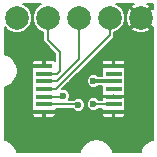
<source format=gtl>
G04 #@! TF.FileFunction,Copper,L1,Top,Mixed*
%FSLAX46Y46*%
G04 Gerber Fmt 4.6, Leading zero omitted, Abs format (unit mm)*
G04 Created by KiCad (PCBNEW 4.0.6-e0-6349~53~ubuntu16.04.1) date Tue Jul 11 19:26:18 2017*
%MOMM*%
%LPD*%
G01*
G04 APERTURE LIST*
%ADD10C,0.100000*%
%ADD11C,1.998980*%
%ADD12R,1.450000X0.450000*%
%ADD13C,0.600000*%
%ADD14C,0.203200*%
%ADD15C,0.304800*%
%ADD16C,0.152400*%
G04 APERTURE END LIST*
D10*
D11*
X144625000Y-99270000D03*
X149875000Y-99270000D03*
X152500000Y-99270000D03*
X147250000Y-99270000D03*
X155125000Y-99270000D03*
D12*
X152825000Y-107245000D03*
X152825000Y-106595000D03*
X152825000Y-105945000D03*
X152825000Y-105295000D03*
X152825000Y-104645000D03*
X152825000Y-103995000D03*
X152825000Y-103345000D03*
X146925000Y-103345000D03*
X146925000Y-103995000D03*
X146925000Y-104645000D03*
X146925000Y-105295000D03*
X146925000Y-105945000D03*
X146925000Y-106595000D03*
X146925000Y-107245000D03*
D13*
X151125000Y-104635000D03*
X151124000Y-106596500D03*
X149854000Y-106660000D03*
X148584000Y-105898000D03*
D14*
X146925000Y-104645000D02*
X148000000Y-104645000D01*
X149875000Y-102770000D02*
X149875000Y-99270000D01*
X148000000Y-104645000D02*
X149875000Y-102770000D01*
X146925000Y-105295000D02*
X147975000Y-105295000D01*
X152500000Y-100770000D02*
X152500000Y-99270000D01*
X147975000Y-105295000D02*
X152500000Y-100770000D01*
X146925000Y-103995000D02*
X148025000Y-103995000D01*
X147250000Y-101145000D02*
X147250000Y-99270000D01*
X148250000Y-102145000D02*
X147250000Y-101145000D01*
X148250000Y-103770000D02*
X148250000Y-102145000D01*
X148025000Y-103995000D02*
X148250000Y-103770000D01*
D15*
X152825000Y-104645000D02*
X151135000Y-104645000D01*
X151135000Y-104645000D02*
X151125000Y-104635000D01*
D14*
X151125500Y-106595000D02*
X151124000Y-106596500D01*
X152825000Y-106595000D02*
X151125500Y-106595000D01*
X149854000Y-106660000D02*
X149789000Y-106595000D01*
X149789000Y-106595000D02*
X146925000Y-106595000D01*
X148537000Y-105945000D02*
X146925000Y-105945000D01*
X148584000Y-105898000D02*
X148537000Y-105945000D01*
D16*
G36*
X146526513Y-98185178D02*
X146166442Y-98544621D01*
X145971332Y-99014497D01*
X145970888Y-99523271D01*
X146165178Y-99993487D01*
X146524621Y-100353558D01*
X146869000Y-100496557D01*
X146869000Y-101145000D01*
X146898002Y-101290803D01*
X146980592Y-101414408D01*
X147869000Y-102302815D01*
X147869000Y-102943869D01*
X147808267Y-102883136D01*
X147705576Y-102840600D01*
X147071050Y-102840600D01*
X147001200Y-102910450D01*
X147001200Y-103268800D01*
X147021200Y-103268800D01*
X147021200Y-103421200D01*
X147001200Y-103421200D01*
X147001200Y-103441200D01*
X146848800Y-103441200D01*
X146848800Y-103421200D01*
X145990450Y-103421200D01*
X145920600Y-103491050D01*
X145920600Y-103625576D01*
X145936567Y-103664124D01*
X145915127Y-103770000D01*
X145915127Y-104220000D01*
X145934609Y-104323539D01*
X145934648Y-104323600D01*
X145915127Y-104420000D01*
X145915127Y-104870000D01*
X145934609Y-104973539D01*
X145934648Y-104973600D01*
X145915127Y-105070000D01*
X145915127Y-105520000D01*
X145934609Y-105623539D01*
X145934648Y-105623600D01*
X145915127Y-105720000D01*
X145915127Y-106170000D01*
X145934609Y-106273539D01*
X145934648Y-106273600D01*
X145915127Y-106370000D01*
X145915127Y-106820000D01*
X145934609Y-106923539D01*
X145936389Y-106926306D01*
X145920600Y-106964424D01*
X145920600Y-107098950D01*
X145990450Y-107168800D01*
X146848800Y-107168800D01*
X146848800Y-107148800D01*
X147001200Y-107148800D01*
X147001200Y-107168800D01*
X147859550Y-107168800D01*
X147929400Y-107098950D01*
X147929400Y-106976000D01*
X149357657Y-106976000D01*
X149362522Y-106987775D01*
X149525368Y-107150905D01*
X149738245Y-107239299D01*
X149968744Y-107239500D01*
X150181775Y-107151478D01*
X150344905Y-106988632D01*
X150433299Y-106775755D01*
X150433355Y-106711244D01*
X150544500Y-106711244D01*
X150632522Y-106924275D01*
X150795368Y-107087405D01*
X151008245Y-107175799D01*
X151238744Y-107176000D01*
X151451775Y-107087978D01*
X151563948Y-106976000D01*
X151820600Y-106976000D01*
X151820600Y-107098950D01*
X151890450Y-107168800D01*
X152748800Y-107168800D01*
X152748800Y-107148800D01*
X152901200Y-107148800D01*
X152901200Y-107168800D01*
X153759550Y-107168800D01*
X153829400Y-107098950D01*
X153829400Y-106964424D01*
X153813433Y-106925876D01*
X153834873Y-106820000D01*
X153834873Y-106370000D01*
X153815391Y-106266461D01*
X153813611Y-106263694D01*
X153829400Y-106225576D01*
X153829400Y-106091050D01*
X153759550Y-106021200D01*
X152901200Y-106021200D01*
X152901200Y-106041200D01*
X152748800Y-106041200D01*
X152748800Y-106021200D01*
X151890450Y-106021200D01*
X151820600Y-106091050D01*
X151820600Y-106214000D01*
X151560848Y-106214000D01*
X151452632Y-106105595D01*
X151239755Y-106017201D01*
X151009256Y-106017000D01*
X150796225Y-106105022D01*
X150633095Y-106267868D01*
X150544701Y-106480745D01*
X150544500Y-106711244D01*
X150433355Y-106711244D01*
X150433500Y-106545256D01*
X150345478Y-106332225D01*
X150182632Y-106169095D01*
X149969755Y-106080701D01*
X149739256Y-106080500D01*
X149526225Y-106168522D01*
X149480668Y-106214000D01*
X149080150Y-106214000D01*
X149163299Y-106013755D01*
X149163500Y-105783256D01*
X149075478Y-105570225D01*
X148912632Y-105407095D01*
X148699755Y-105318701D01*
X148490298Y-105318518D01*
X149059071Y-104749744D01*
X150545500Y-104749744D01*
X150633522Y-104962775D01*
X150796368Y-105125905D01*
X151009245Y-105214299D01*
X151239744Y-105214500D01*
X151452775Y-105126478D01*
X151502540Y-105076800D01*
X151815127Y-105076800D01*
X151815127Y-105520000D01*
X151834609Y-105623539D01*
X151836389Y-105626306D01*
X151820600Y-105664424D01*
X151820600Y-105798950D01*
X151890450Y-105868800D01*
X152748800Y-105868800D01*
X152748800Y-105848800D01*
X152901200Y-105848800D01*
X152901200Y-105868800D01*
X153759550Y-105868800D01*
X153829400Y-105798950D01*
X153829400Y-105664424D01*
X153813433Y-105625876D01*
X153834873Y-105520000D01*
X153834873Y-105070000D01*
X153815391Y-104966461D01*
X153815352Y-104966400D01*
X153834873Y-104870000D01*
X153834873Y-104420000D01*
X153815391Y-104316461D01*
X153815352Y-104316400D01*
X153834873Y-104220000D01*
X153834873Y-103770000D01*
X153815391Y-103666461D01*
X153813611Y-103663694D01*
X153829400Y-103625576D01*
X153829400Y-103491050D01*
X153759550Y-103421200D01*
X152901200Y-103421200D01*
X152901200Y-103441200D01*
X152748800Y-103441200D01*
X152748800Y-103421200D01*
X151890450Y-103421200D01*
X151820600Y-103491050D01*
X151820600Y-103625576D01*
X151836567Y-103664124D01*
X151815127Y-103770000D01*
X151815127Y-104213200D01*
X151522617Y-104213200D01*
X151453632Y-104144095D01*
X151240755Y-104055701D01*
X151010256Y-104055500D01*
X150797225Y-104143522D01*
X150634095Y-104306368D01*
X150545701Y-104519245D01*
X150545500Y-104749744D01*
X149059071Y-104749744D01*
X150744391Y-103064424D01*
X151820600Y-103064424D01*
X151820600Y-103198950D01*
X151890450Y-103268800D01*
X152748800Y-103268800D01*
X152748800Y-102910450D01*
X152901200Y-102910450D01*
X152901200Y-103268800D01*
X153759550Y-103268800D01*
X153829400Y-103198950D01*
X153829400Y-103064424D01*
X153786864Y-102961733D01*
X153708267Y-102883136D01*
X153605576Y-102840600D01*
X152971050Y-102840600D01*
X152901200Y-102910450D01*
X152748800Y-102910450D01*
X152678950Y-102840600D01*
X152044424Y-102840600D01*
X151941733Y-102883136D01*
X151863136Y-102961733D01*
X151820600Y-103064424D01*
X150744391Y-103064424D01*
X152769405Y-101039410D01*
X152769408Y-101039408D01*
X152851998Y-100915802D01*
X152881000Y-100770000D01*
X152881000Y-100496335D01*
X153223487Y-100354822D01*
X153383735Y-100194853D01*
X154307910Y-100194853D01*
X154421517Y-100367900D01*
X154895214Y-100553539D01*
X155403895Y-100543770D01*
X155828483Y-100367900D01*
X155942090Y-100194853D01*
X155125000Y-99377763D01*
X154307910Y-100194853D01*
X153383735Y-100194853D01*
X153583558Y-99995379D01*
X153778668Y-99525503D01*
X153779091Y-99040214D01*
X153841461Y-99040214D01*
X153851230Y-99548895D01*
X154027100Y-99973483D01*
X154200147Y-100087090D01*
X155017237Y-99270000D01*
X154200147Y-98452910D01*
X154027100Y-98566517D01*
X153841461Y-99040214D01*
X153779091Y-99040214D01*
X153779112Y-99016729D01*
X153584822Y-98546513D01*
X153225379Y-98186442D01*
X153051883Y-98114400D01*
X154560817Y-98114400D01*
X154421517Y-98172100D01*
X154307910Y-98345147D01*
X155125000Y-99162237D01*
X155942090Y-98345147D01*
X155828483Y-98172100D01*
X155681249Y-98114400D01*
X156145600Y-98114400D01*
X156145600Y-98515769D01*
X156049853Y-98452910D01*
X155232763Y-99270000D01*
X156049853Y-100087090D01*
X156145600Y-100024231D01*
X156145600Y-109629152D01*
X156009908Y-109656143D01*
X155882154Y-109709060D01*
X155525289Y-109947510D01*
X155427510Y-110045289D01*
X155189060Y-110402154D01*
X155136143Y-110529908D01*
X155109152Y-110665600D01*
X152765848Y-110665600D01*
X152738857Y-110529908D01*
X152685940Y-110402154D01*
X152447490Y-110045289D01*
X152349711Y-109947510D01*
X151992846Y-109709060D01*
X151865092Y-109656143D01*
X151444140Y-109572410D01*
X151305860Y-109572410D01*
X150884908Y-109656143D01*
X150757154Y-109709060D01*
X150400289Y-109947510D01*
X150302510Y-110045289D01*
X150064060Y-110402154D01*
X150011143Y-110529908D01*
X149984152Y-110665600D01*
X144640848Y-110665600D01*
X144613857Y-110529908D01*
X144560940Y-110402154D01*
X144322490Y-110045289D01*
X144224711Y-109947510D01*
X143867846Y-109709060D01*
X143740092Y-109656143D01*
X143604400Y-109629152D01*
X143604400Y-107391050D01*
X145920600Y-107391050D01*
X145920600Y-107525576D01*
X145963136Y-107628267D01*
X146041733Y-107706864D01*
X146144424Y-107749400D01*
X146778950Y-107749400D01*
X146848800Y-107679550D01*
X146848800Y-107321200D01*
X147001200Y-107321200D01*
X147001200Y-107679550D01*
X147071050Y-107749400D01*
X147705576Y-107749400D01*
X147808267Y-107706864D01*
X147886864Y-107628267D01*
X147929400Y-107525576D01*
X147929400Y-107391050D01*
X151820600Y-107391050D01*
X151820600Y-107525576D01*
X151863136Y-107628267D01*
X151941733Y-107706864D01*
X152044424Y-107749400D01*
X152678950Y-107749400D01*
X152748800Y-107679550D01*
X152748800Y-107321200D01*
X152901200Y-107321200D01*
X152901200Y-107679550D01*
X152971050Y-107749400D01*
X153605576Y-107749400D01*
X153708267Y-107706864D01*
X153786864Y-107628267D01*
X153829400Y-107525576D01*
X153829400Y-107391050D01*
X153759550Y-107321200D01*
X152901200Y-107321200D01*
X152748800Y-107321200D01*
X151890450Y-107321200D01*
X151820600Y-107391050D01*
X147929400Y-107391050D01*
X147859550Y-107321200D01*
X147001200Y-107321200D01*
X146848800Y-107321200D01*
X145990450Y-107321200D01*
X145920600Y-107391050D01*
X143604400Y-107391050D01*
X143604400Y-105160848D01*
X143740092Y-105133857D01*
X143867846Y-105080940D01*
X144224711Y-104842490D01*
X144322490Y-104744711D01*
X144560940Y-104387846D01*
X144613857Y-104260092D01*
X144697590Y-103839140D01*
X144697590Y-103700860D01*
X144613857Y-103279908D01*
X144560940Y-103152154D01*
X144502321Y-103064424D01*
X145920600Y-103064424D01*
X145920600Y-103198950D01*
X145990450Y-103268800D01*
X146848800Y-103268800D01*
X146848800Y-102910450D01*
X146778950Y-102840600D01*
X146144424Y-102840600D01*
X146041733Y-102883136D01*
X145963136Y-102961733D01*
X145920600Y-103064424D01*
X144502321Y-103064424D01*
X144322490Y-102795289D01*
X144224711Y-102697510D01*
X143867846Y-102459060D01*
X143740092Y-102406143D01*
X143604400Y-102379152D01*
X143604400Y-100057821D01*
X143899621Y-100353558D01*
X144369497Y-100548668D01*
X144878271Y-100549112D01*
X145348487Y-100354822D01*
X145708558Y-99995379D01*
X145903668Y-99525503D01*
X145904112Y-99016729D01*
X145709822Y-98546513D01*
X145350379Y-98186442D01*
X145176883Y-98114400D01*
X146697808Y-98114400D01*
X146526513Y-98185178D01*
X146526513Y-98185178D01*
G37*
X146526513Y-98185178D02*
X146166442Y-98544621D01*
X145971332Y-99014497D01*
X145970888Y-99523271D01*
X146165178Y-99993487D01*
X146524621Y-100353558D01*
X146869000Y-100496557D01*
X146869000Y-101145000D01*
X146898002Y-101290803D01*
X146980592Y-101414408D01*
X147869000Y-102302815D01*
X147869000Y-102943869D01*
X147808267Y-102883136D01*
X147705576Y-102840600D01*
X147071050Y-102840600D01*
X147001200Y-102910450D01*
X147001200Y-103268800D01*
X147021200Y-103268800D01*
X147021200Y-103421200D01*
X147001200Y-103421200D01*
X147001200Y-103441200D01*
X146848800Y-103441200D01*
X146848800Y-103421200D01*
X145990450Y-103421200D01*
X145920600Y-103491050D01*
X145920600Y-103625576D01*
X145936567Y-103664124D01*
X145915127Y-103770000D01*
X145915127Y-104220000D01*
X145934609Y-104323539D01*
X145934648Y-104323600D01*
X145915127Y-104420000D01*
X145915127Y-104870000D01*
X145934609Y-104973539D01*
X145934648Y-104973600D01*
X145915127Y-105070000D01*
X145915127Y-105520000D01*
X145934609Y-105623539D01*
X145934648Y-105623600D01*
X145915127Y-105720000D01*
X145915127Y-106170000D01*
X145934609Y-106273539D01*
X145934648Y-106273600D01*
X145915127Y-106370000D01*
X145915127Y-106820000D01*
X145934609Y-106923539D01*
X145936389Y-106926306D01*
X145920600Y-106964424D01*
X145920600Y-107098950D01*
X145990450Y-107168800D01*
X146848800Y-107168800D01*
X146848800Y-107148800D01*
X147001200Y-107148800D01*
X147001200Y-107168800D01*
X147859550Y-107168800D01*
X147929400Y-107098950D01*
X147929400Y-106976000D01*
X149357657Y-106976000D01*
X149362522Y-106987775D01*
X149525368Y-107150905D01*
X149738245Y-107239299D01*
X149968744Y-107239500D01*
X150181775Y-107151478D01*
X150344905Y-106988632D01*
X150433299Y-106775755D01*
X150433355Y-106711244D01*
X150544500Y-106711244D01*
X150632522Y-106924275D01*
X150795368Y-107087405D01*
X151008245Y-107175799D01*
X151238744Y-107176000D01*
X151451775Y-107087978D01*
X151563948Y-106976000D01*
X151820600Y-106976000D01*
X151820600Y-107098950D01*
X151890450Y-107168800D01*
X152748800Y-107168800D01*
X152748800Y-107148800D01*
X152901200Y-107148800D01*
X152901200Y-107168800D01*
X153759550Y-107168800D01*
X153829400Y-107098950D01*
X153829400Y-106964424D01*
X153813433Y-106925876D01*
X153834873Y-106820000D01*
X153834873Y-106370000D01*
X153815391Y-106266461D01*
X153813611Y-106263694D01*
X153829400Y-106225576D01*
X153829400Y-106091050D01*
X153759550Y-106021200D01*
X152901200Y-106021200D01*
X152901200Y-106041200D01*
X152748800Y-106041200D01*
X152748800Y-106021200D01*
X151890450Y-106021200D01*
X151820600Y-106091050D01*
X151820600Y-106214000D01*
X151560848Y-106214000D01*
X151452632Y-106105595D01*
X151239755Y-106017201D01*
X151009256Y-106017000D01*
X150796225Y-106105022D01*
X150633095Y-106267868D01*
X150544701Y-106480745D01*
X150544500Y-106711244D01*
X150433355Y-106711244D01*
X150433500Y-106545256D01*
X150345478Y-106332225D01*
X150182632Y-106169095D01*
X149969755Y-106080701D01*
X149739256Y-106080500D01*
X149526225Y-106168522D01*
X149480668Y-106214000D01*
X149080150Y-106214000D01*
X149163299Y-106013755D01*
X149163500Y-105783256D01*
X149075478Y-105570225D01*
X148912632Y-105407095D01*
X148699755Y-105318701D01*
X148490298Y-105318518D01*
X149059071Y-104749744D01*
X150545500Y-104749744D01*
X150633522Y-104962775D01*
X150796368Y-105125905D01*
X151009245Y-105214299D01*
X151239744Y-105214500D01*
X151452775Y-105126478D01*
X151502540Y-105076800D01*
X151815127Y-105076800D01*
X151815127Y-105520000D01*
X151834609Y-105623539D01*
X151836389Y-105626306D01*
X151820600Y-105664424D01*
X151820600Y-105798950D01*
X151890450Y-105868800D01*
X152748800Y-105868800D01*
X152748800Y-105848800D01*
X152901200Y-105848800D01*
X152901200Y-105868800D01*
X153759550Y-105868800D01*
X153829400Y-105798950D01*
X153829400Y-105664424D01*
X153813433Y-105625876D01*
X153834873Y-105520000D01*
X153834873Y-105070000D01*
X153815391Y-104966461D01*
X153815352Y-104966400D01*
X153834873Y-104870000D01*
X153834873Y-104420000D01*
X153815391Y-104316461D01*
X153815352Y-104316400D01*
X153834873Y-104220000D01*
X153834873Y-103770000D01*
X153815391Y-103666461D01*
X153813611Y-103663694D01*
X153829400Y-103625576D01*
X153829400Y-103491050D01*
X153759550Y-103421200D01*
X152901200Y-103421200D01*
X152901200Y-103441200D01*
X152748800Y-103441200D01*
X152748800Y-103421200D01*
X151890450Y-103421200D01*
X151820600Y-103491050D01*
X151820600Y-103625576D01*
X151836567Y-103664124D01*
X151815127Y-103770000D01*
X151815127Y-104213200D01*
X151522617Y-104213200D01*
X151453632Y-104144095D01*
X151240755Y-104055701D01*
X151010256Y-104055500D01*
X150797225Y-104143522D01*
X150634095Y-104306368D01*
X150545701Y-104519245D01*
X150545500Y-104749744D01*
X149059071Y-104749744D01*
X150744391Y-103064424D01*
X151820600Y-103064424D01*
X151820600Y-103198950D01*
X151890450Y-103268800D01*
X152748800Y-103268800D01*
X152748800Y-102910450D01*
X152901200Y-102910450D01*
X152901200Y-103268800D01*
X153759550Y-103268800D01*
X153829400Y-103198950D01*
X153829400Y-103064424D01*
X153786864Y-102961733D01*
X153708267Y-102883136D01*
X153605576Y-102840600D01*
X152971050Y-102840600D01*
X152901200Y-102910450D01*
X152748800Y-102910450D01*
X152678950Y-102840600D01*
X152044424Y-102840600D01*
X151941733Y-102883136D01*
X151863136Y-102961733D01*
X151820600Y-103064424D01*
X150744391Y-103064424D01*
X152769405Y-101039410D01*
X152769408Y-101039408D01*
X152851998Y-100915802D01*
X152881000Y-100770000D01*
X152881000Y-100496335D01*
X153223487Y-100354822D01*
X153383735Y-100194853D01*
X154307910Y-100194853D01*
X154421517Y-100367900D01*
X154895214Y-100553539D01*
X155403895Y-100543770D01*
X155828483Y-100367900D01*
X155942090Y-100194853D01*
X155125000Y-99377763D01*
X154307910Y-100194853D01*
X153383735Y-100194853D01*
X153583558Y-99995379D01*
X153778668Y-99525503D01*
X153779091Y-99040214D01*
X153841461Y-99040214D01*
X153851230Y-99548895D01*
X154027100Y-99973483D01*
X154200147Y-100087090D01*
X155017237Y-99270000D01*
X154200147Y-98452910D01*
X154027100Y-98566517D01*
X153841461Y-99040214D01*
X153779091Y-99040214D01*
X153779112Y-99016729D01*
X153584822Y-98546513D01*
X153225379Y-98186442D01*
X153051883Y-98114400D01*
X154560817Y-98114400D01*
X154421517Y-98172100D01*
X154307910Y-98345147D01*
X155125000Y-99162237D01*
X155942090Y-98345147D01*
X155828483Y-98172100D01*
X155681249Y-98114400D01*
X156145600Y-98114400D01*
X156145600Y-98515769D01*
X156049853Y-98452910D01*
X155232763Y-99270000D01*
X156049853Y-100087090D01*
X156145600Y-100024231D01*
X156145600Y-109629152D01*
X156009908Y-109656143D01*
X155882154Y-109709060D01*
X155525289Y-109947510D01*
X155427510Y-110045289D01*
X155189060Y-110402154D01*
X155136143Y-110529908D01*
X155109152Y-110665600D01*
X152765848Y-110665600D01*
X152738857Y-110529908D01*
X152685940Y-110402154D01*
X152447490Y-110045289D01*
X152349711Y-109947510D01*
X151992846Y-109709060D01*
X151865092Y-109656143D01*
X151444140Y-109572410D01*
X151305860Y-109572410D01*
X150884908Y-109656143D01*
X150757154Y-109709060D01*
X150400289Y-109947510D01*
X150302510Y-110045289D01*
X150064060Y-110402154D01*
X150011143Y-110529908D01*
X149984152Y-110665600D01*
X144640848Y-110665600D01*
X144613857Y-110529908D01*
X144560940Y-110402154D01*
X144322490Y-110045289D01*
X144224711Y-109947510D01*
X143867846Y-109709060D01*
X143740092Y-109656143D01*
X143604400Y-109629152D01*
X143604400Y-107391050D01*
X145920600Y-107391050D01*
X145920600Y-107525576D01*
X145963136Y-107628267D01*
X146041733Y-107706864D01*
X146144424Y-107749400D01*
X146778950Y-107749400D01*
X146848800Y-107679550D01*
X146848800Y-107321200D01*
X147001200Y-107321200D01*
X147001200Y-107679550D01*
X147071050Y-107749400D01*
X147705576Y-107749400D01*
X147808267Y-107706864D01*
X147886864Y-107628267D01*
X147929400Y-107525576D01*
X147929400Y-107391050D01*
X151820600Y-107391050D01*
X151820600Y-107525576D01*
X151863136Y-107628267D01*
X151941733Y-107706864D01*
X152044424Y-107749400D01*
X152678950Y-107749400D01*
X152748800Y-107679550D01*
X152748800Y-107321200D01*
X152901200Y-107321200D01*
X152901200Y-107679550D01*
X152971050Y-107749400D01*
X153605576Y-107749400D01*
X153708267Y-107706864D01*
X153786864Y-107628267D01*
X153829400Y-107525576D01*
X153829400Y-107391050D01*
X153759550Y-107321200D01*
X152901200Y-107321200D01*
X152748800Y-107321200D01*
X151890450Y-107321200D01*
X151820600Y-107391050D01*
X147929400Y-107391050D01*
X147859550Y-107321200D01*
X147001200Y-107321200D01*
X146848800Y-107321200D01*
X145990450Y-107321200D01*
X145920600Y-107391050D01*
X143604400Y-107391050D01*
X143604400Y-105160848D01*
X143740092Y-105133857D01*
X143867846Y-105080940D01*
X144224711Y-104842490D01*
X144322490Y-104744711D01*
X144560940Y-104387846D01*
X144613857Y-104260092D01*
X144697590Y-103839140D01*
X144697590Y-103700860D01*
X144613857Y-103279908D01*
X144560940Y-103152154D01*
X144502321Y-103064424D01*
X145920600Y-103064424D01*
X145920600Y-103198950D01*
X145990450Y-103268800D01*
X146848800Y-103268800D01*
X146848800Y-102910450D01*
X146778950Y-102840600D01*
X146144424Y-102840600D01*
X146041733Y-102883136D01*
X145963136Y-102961733D01*
X145920600Y-103064424D01*
X144502321Y-103064424D01*
X144322490Y-102795289D01*
X144224711Y-102697510D01*
X143867846Y-102459060D01*
X143740092Y-102406143D01*
X143604400Y-102379152D01*
X143604400Y-100057821D01*
X143899621Y-100353558D01*
X144369497Y-100548668D01*
X144878271Y-100549112D01*
X145348487Y-100354822D01*
X145708558Y-99995379D01*
X145903668Y-99525503D01*
X145904112Y-99016729D01*
X145709822Y-98546513D01*
X145350379Y-98186442D01*
X145176883Y-98114400D01*
X146697808Y-98114400D01*
X146526513Y-98185178D01*
M02*

</source>
